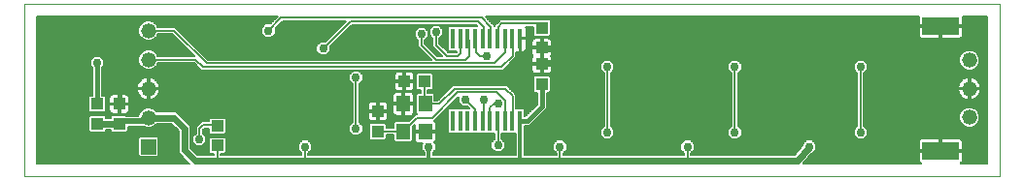
<source format=gbl>
G75*
%MOIN*%
%OFA0B0*%
%FSLAX25Y25*%
%IPPOS*%
%LPD*%
%AMOC8*
5,1,8,0,0,1.08239X$1,22.5*
%
%ADD10C,0.00000*%
%ADD11R,0.04252X0.04134*%
%ADD12R,0.01772X0.06890*%
%ADD13R,0.04331X0.03937*%
%ADD14R,0.04134X0.04252*%
%ADD15R,0.04724X0.05512*%
%ADD16R,0.05200X0.05200*%
%ADD17C,0.05200*%
%ADD18R,0.12500X0.06000*%
%ADD19C,0.02978*%
%ADD20C,0.00600*%
%ADD21C,0.02400*%
%ADD22C,0.01600*%
%ADD23C,0.02000*%
%ADD24C,0.01200*%
D10*
X0002265Y0032362D02*
X0002265Y0091417D01*
X0336910Y0091417D01*
X0336910Y0032362D01*
X0002265Y0032362D01*
D11*
X0027265Y0050167D03*
X0034765Y0050167D03*
X0034765Y0057057D03*
X0027265Y0057057D03*
X0123515Y0054557D03*
X0123515Y0047667D03*
X0179765Y0063917D03*
X0179765Y0070807D03*
X0179765Y0076417D03*
X0179765Y0083307D03*
D12*
X0172265Y0079655D03*
X0169706Y0079655D03*
X0167146Y0079655D03*
X0164587Y0079655D03*
X0162028Y0079655D03*
X0159469Y0079655D03*
X0156910Y0079655D03*
X0154351Y0079655D03*
X0151792Y0079655D03*
X0149233Y0079655D03*
X0149233Y0051112D03*
X0151792Y0051112D03*
X0154351Y0051112D03*
X0156910Y0051112D03*
X0159469Y0051112D03*
X0162028Y0051112D03*
X0164587Y0051112D03*
X0167146Y0051112D03*
X0169706Y0051112D03*
X0172265Y0051112D03*
D13*
X0068515Y0049459D03*
X0068515Y0042766D03*
D14*
X0132570Y0064862D03*
X0139459Y0064862D03*
D15*
X0139755Y0057087D03*
X0132274Y0057087D03*
X0132274Y0047638D03*
X0139755Y0047638D03*
D16*
X0044765Y0042362D03*
D17*
X0044765Y0052362D03*
X0044765Y0062362D03*
X0044765Y0072362D03*
X0044765Y0082362D03*
X0326482Y0072205D03*
X0326482Y0062362D03*
X0326482Y0052520D03*
D18*
X0316640Y0040862D03*
X0316640Y0083862D03*
D19*
X0289135Y0069862D03*
X0246015Y0069862D03*
X0202265Y0069862D03*
X0161015Y0073612D03*
X0138515Y0081112D03*
X0143515Y0081737D03*
X0104765Y0076112D03*
X0086015Y0082362D03*
X0027265Y0071112D03*
X0116015Y0066112D03*
X0153515Y0058612D03*
X0159765Y0058612D03*
X0164765Y0057362D03*
X0202265Y0047362D03*
X0186015Y0042362D03*
X0164765Y0042912D03*
X0141015Y0042362D03*
X0116015Y0048612D03*
X0098515Y0042362D03*
X0062265Y0044862D03*
X0229765Y0042362D03*
X0246015Y0047362D03*
X0271635Y0042362D03*
X0289135Y0047362D03*
D20*
X0289135Y0069862D01*
X0291524Y0070068D02*
X0323669Y0070068D01*
X0323515Y0070222D02*
X0324499Y0069238D01*
X0325786Y0068705D01*
X0327178Y0068705D01*
X0328465Y0069238D01*
X0329449Y0070222D01*
X0329982Y0071508D01*
X0329982Y0072901D01*
X0329449Y0074187D01*
X0328465Y0075172D01*
X0327178Y0075705D01*
X0325786Y0075705D01*
X0324499Y0075172D01*
X0323515Y0074187D01*
X0322982Y0072901D01*
X0322982Y0071508D01*
X0323515Y0070222D01*
X0323331Y0070667D02*
X0291524Y0070667D01*
X0291524Y0070852D02*
X0290124Y0072251D01*
X0288145Y0072251D01*
X0286746Y0070852D01*
X0286746Y0068873D01*
X0287935Y0067684D01*
X0287935Y0049541D01*
X0286746Y0048352D01*
X0286746Y0046373D01*
X0288145Y0044973D01*
X0290124Y0044973D01*
X0291524Y0046373D01*
X0291524Y0048352D01*
X0290335Y0049541D01*
X0290335Y0067684D01*
X0291524Y0068873D01*
X0291524Y0070852D01*
X0291110Y0071265D02*
X0323083Y0071265D01*
X0322982Y0071864D02*
X0290511Y0071864D01*
X0287758Y0071864D02*
X0247391Y0071864D01*
X0247004Y0072251D02*
X0245025Y0072251D01*
X0243626Y0070852D01*
X0243626Y0068873D01*
X0244815Y0067684D01*
X0244815Y0049541D01*
X0243626Y0048352D01*
X0243626Y0046373D01*
X0245025Y0044973D01*
X0247004Y0044973D01*
X0248404Y0046373D01*
X0248404Y0048352D01*
X0247215Y0049541D01*
X0247215Y0067684D01*
X0248404Y0068873D01*
X0248404Y0070852D01*
X0247004Y0072251D01*
X0247990Y0071265D02*
X0287159Y0071265D01*
X0286746Y0070667D02*
X0248404Y0070667D01*
X0248404Y0070068D02*
X0286746Y0070068D01*
X0286746Y0069470D02*
X0248404Y0069470D01*
X0248402Y0068871D02*
X0286747Y0068871D01*
X0287345Y0068273D02*
X0247804Y0068273D01*
X0247215Y0067674D02*
X0287935Y0067674D01*
X0287935Y0067076D02*
X0247215Y0067076D01*
X0247215Y0066477D02*
X0287935Y0066477D01*
X0287935Y0065879D02*
X0247215Y0065879D01*
X0247215Y0065280D02*
X0287935Y0065280D01*
X0287935Y0064682D02*
X0247215Y0064682D01*
X0247215Y0064083D02*
X0287935Y0064083D01*
X0287935Y0063485D02*
X0247215Y0063485D01*
X0247215Y0062886D02*
X0287935Y0062886D01*
X0287935Y0062288D02*
X0247215Y0062288D01*
X0247215Y0061689D02*
X0287935Y0061689D01*
X0287935Y0061091D02*
X0247215Y0061091D01*
X0247215Y0060492D02*
X0287935Y0060492D01*
X0287935Y0059894D02*
X0247215Y0059894D01*
X0247215Y0059295D02*
X0287935Y0059295D01*
X0287935Y0058697D02*
X0247215Y0058697D01*
X0247215Y0058098D02*
X0287935Y0058098D01*
X0287935Y0057500D02*
X0247215Y0057500D01*
X0247215Y0056901D02*
X0287935Y0056901D01*
X0287935Y0056303D02*
X0247215Y0056303D01*
X0247215Y0055704D02*
X0287935Y0055704D01*
X0287935Y0055106D02*
X0247215Y0055106D01*
X0247215Y0054507D02*
X0287935Y0054507D01*
X0287935Y0053909D02*
X0247215Y0053909D01*
X0247215Y0053310D02*
X0287935Y0053310D01*
X0287935Y0052712D02*
X0247215Y0052712D01*
X0247215Y0052113D02*
X0287935Y0052113D01*
X0287935Y0051515D02*
X0247215Y0051515D01*
X0247215Y0050916D02*
X0287935Y0050916D01*
X0287935Y0050317D02*
X0247215Y0050317D01*
X0247215Y0049719D02*
X0287935Y0049719D01*
X0287514Y0049120D02*
X0247635Y0049120D01*
X0248233Y0048522D02*
X0286916Y0048522D01*
X0286746Y0047923D02*
X0248404Y0047923D01*
X0248404Y0047325D02*
X0286746Y0047325D01*
X0286746Y0046726D02*
X0248404Y0046726D01*
X0248159Y0046128D02*
X0286990Y0046128D01*
X0287589Y0045529D02*
X0247560Y0045529D01*
X0244469Y0045529D02*
X0203810Y0045529D01*
X0203254Y0044973D02*
X0204654Y0046373D01*
X0204654Y0048352D01*
X0203465Y0049541D01*
X0203465Y0067684D01*
X0204654Y0068873D01*
X0204654Y0070852D01*
X0203254Y0072251D01*
X0201275Y0072251D01*
X0199876Y0070852D01*
X0199876Y0068873D01*
X0201065Y0067684D01*
X0201065Y0049541D01*
X0199876Y0048352D01*
X0199876Y0046373D01*
X0201275Y0044973D01*
X0203254Y0044973D01*
X0204409Y0046128D02*
X0243870Y0046128D01*
X0243626Y0046726D02*
X0204654Y0046726D01*
X0204654Y0047325D02*
X0243626Y0047325D01*
X0243626Y0047923D02*
X0204654Y0047923D01*
X0204483Y0048522D02*
X0243796Y0048522D01*
X0244394Y0049120D02*
X0203885Y0049120D01*
X0203465Y0049719D02*
X0244815Y0049719D01*
X0244815Y0050317D02*
X0203465Y0050317D01*
X0203465Y0050916D02*
X0244815Y0050916D01*
X0244815Y0051515D02*
X0203465Y0051515D01*
X0203465Y0052113D02*
X0244815Y0052113D01*
X0244815Y0052712D02*
X0203465Y0052712D01*
X0203465Y0053310D02*
X0244815Y0053310D01*
X0244815Y0053909D02*
X0203465Y0053909D01*
X0203465Y0054507D02*
X0244815Y0054507D01*
X0244815Y0055106D02*
X0203465Y0055106D01*
X0203465Y0055704D02*
X0244815Y0055704D01*
X0244815Y0056303D02*
X0203465Y0056303D01*
X0203465Y0056901D02*
X0244815Y0056901D01*
X0244815Y0057500D02*
X0203465Y0057500D01*
X0203465Y0058098D02*
X0244815Y0058098D01*
X0244815Y0058697D02*
X0203465Y0058697D01*
X0203465Y0059295D02*
X0244815Y0059295D01*
X0244815Y0059894D02*
X0203465Y0059894D01*
X0203465Y0060492D02*
X0244815Y0060492D01*
X0244815Y0061091D02*
X0203465Y0061091D01*
X0203465Y0061689D02*
X0244815Y0061689D01*
X0244815Y0062288D02*
X0203465Y0062288D01*
X0203465Y0062886D02*
X0244815Y0062886D01*
X0244815Y0063485D02*
X0203465Y0063485D01*
X0203465Y0064083D02*
X0244815Y0064083D01*
X0244815Y0064682D02*
X0203465Y0064682D01*
X0203465Y0065280D02*
X0244815Y0065280D01*
X0244815Y0065879D02*
X0203465Y0065879D01*
X0203465Y0066477D02*
X0244815Y0066477D01*
X0244815Y0067076D02*
X0203465Y0067076D01*
X0203465Y0067674D02*
X0244815Y0067674D01*
X0244225Y0068273D02*
X0204054Y0068273D01*
X0204652Y0068871D02*
X0243627Y0068871D01*
X0243626Y0069470D02*
X0204654Y0069470D01*
X0204654Y0070068D02*
X0243626Y0070068D01*
X0243626Y0070667D02*
X0204654Y0070667D01*
X0204240Y0071265D02*
X0244039Y0071265D01*
X0244638Y0071864D02*
X0203641Y0071864D01*
X0200888Y0071864D02*
X0183191Y0071864D01*
X0183191Y0072462D02*
X0322982Y0072462D01*
X0323048Y0073061D02*
X0183186Y0073061D01*
X0183191Y0073045D02*
X0183102Y0073376D01*
X0182965Y0073612D01*
X0183102Y0073849D01*
X0183191Y0074179D01*
X0183191Y0076117D01*
X0180065Y0076117D01*
X0180065Y0076717D01*
X0183191Y0076717D01*
X0183191Y0078655D01*
X0183102Y0078986D01*
X0182931Y0079282D01*
X0182689Y0079524D01*
X0182392Y0079696D01*
X0182062Y0079784D01*
X0180065Y0079784D01*
X0180065Y0076717D01*
X0179465Y0076717D01*
X0179465Y0079784D01*
X0177467Y0079784D01*
X0177137Y0079696D01*
X0176840Y0079524D01*
X0176598Y0079282D01*
X0176427Y0078986D01*
X0176339Y0078655D01*
X0176339Y0076717D01*
X0179465Y0076717D01*
X0179465Y0076117D01*
X0180065Y0076117D01*
X0180065Y0071107D01*
X0183191Y0071107D01*
X0183191Y0073045D01*
X0182993Y0073659D02*
X0323296Y0073659D01*
X0323586Y0074258D02*
X0183191Y0074258D01*
X0183191Y0074856D02*
X0324184Y0074856D01*
X0325183Y0075455D02*
X0183191Y0075455D01*
X0183191Y0076053D02*
X0332610Y0076053D01*
X0332610Y0075455D02*
X0327781Y0075455D01*
X0328780Y0074856D02*
X0332610Y0074856D01*
X0332610Y0074258D02*
X0329379Y0074258D01*
X0329668Y0073659D02*
X0332610Y0073659D01*
X0332610Y0073061D02*
X0329916Y0073061D01*
X0329982Y0072462D02*
X0332610Y0072462D01*
X0332610Y0071864D02*
X0329982Y0071864D01*
X0329881Y0071265D02*
X0332610Y0071265D01*
X0332610Y0070667D02*
X0329633Y0070667D01*
X0329296Y0070068D02*
X0332610Y0070068D01*
X0332610Y0069470D02*
X0328697Y0069470D01*
X0327581Y0068871D02*
X0332610Y0068871D01*
X0332610Y0068273D02*
X0290924Y0068273D01*
X0290335Y0067674D02*
X0332610Y0067674D01*
X0332610Y0067076D02*
X0290335Y0067076D01*
X0290335Y0066477D02*
X0332610Y0066477D01*
X0332610Y0065879D02*
X0328183Y0065879D01*
X0328329Y0065818D02*
X0327620Y0066112D01*
X0326866Y0066262D01*
X0326782Y0066262D01*
X0326782Y0062662D01*
X0330382Y0062662D01*
X0330382Y0062746D01*
X0330232Y0063500D01*
X0329938Y0064209D01*
X0329511Y0064848D01*
X0328968Y0065391D01*
X0328329Y0065818D01*
X0329079Y0065280D02*
X0332610Y0065280D01*
X0332610Y0064682D02*
X0329623Y0064682D01*
X0329991Y0064083D02*
X0332610Y0064083D01*
X0332610Y0063485D02*
X0330235Y0063485D01*
X0330354Y0062886D02*
X0332610Y0062886D01*
X0332610Y0062288D02*
X0326782Y0062288D01*
X0326782Y0062062D02*
X0326782Y0062662D01*
X0326182Y0062662D01*
X0326182Y0062062D01*
X0326782Y0062062D01*
X0326782Y0058462D01*
X0326866Y0058462D01*
X0327620Y0058612D01*
X0328329Y0058906D01*
X0328968Y0059333D01*
X0329511Y0059876D01*
X0329938Y0060515D01*
X0330232Y0061225D01*
X0330382Y0061978D01*
X0330382Y0062062D01*
X0326782Y0062062D01*
X0326782Y0061689D02*
X0326182Y0061689D01*
X0326182Y0062062D02*
X0326182Y0058462D01*
X0326098Y0058462D01*
X0325344Y0058612D01*
X0324635Y0058906D01*
X0323996Y0059333D01*
X0323453Y0059876D01*
X0323026Y0060515D01*
X0322732Y0061225D01*
X0322582Y0061978D01*
X0322582Y0062062D01*
X0326182Y0062062D01*
X0326182Y0062288D02*
X0290335Y0062288D01*
X0290335Y0062886D02*
X0322610Y0062886D01*
X0322582Y0062746D02*
X0322732Y0063500D01*
X0323026Y0064209D01*
X0323453Y0064848D01*
X0323996Y0065391D01*
X0324635Y0065818D01*
X0325344Y0066112D01*
X0326098Y0066262D01*
X0326182Y0066262D01*
X0326182Y0062662D01*
X0322582Y0062662D01*
X0322582Y0062746D01*
X0322729Y0063485D02*
X0290335Y0063485D01*
X0290335Y0064083D02*
X0322974Y0064083D01*
X0323342Y0064682D02*
X0290335Y0064682D01*
X0290335Y0065280D02*
X0323885Y0065280D01*
X0324781Y0065879D02*
X0290335Y0065879D01*
X0291522Y0068871D02*
X0325384Y0068871D01*
X0324267Y0069470D02*
X0291524Y0069470D01*
X0326182Y0065879D02*
X0326782Y0065879D01*
X0326782Y0065280D02*
X0326182Y0065280D01*
X0326182Y0064682D02*
X0326782Y0064682D01*
X0326782Y0064083D02*
X0326182Y0064083D01*
X0326182Y0063485D02*
X0326782Y0063485D01*
X0326782Y0062886D02*
X0326182Y0062886D01*
X0326182Y0061091D02*
X0326782Y0061091D01*
X0326782Y0060492D02*
X0326182Y0060492D01*
X0326182Y0059894D02*
X0326782Y0059894D01*
X0326782Y0059295D02*
X0326182Y0059295D01*
X0326182Y0058697D02*
X0326782Y0058697D01*
X0327824Y0058697D02*
X0332610Y0058697D01*
X0332610Y0059295D02*
X0328912Y0059295D01*
X0329523Y0059894D02*
X0332610Y0059894D01*
X0332610Y0060492D02*
X0329923Y0060492D01*
X0330177Y0061091D02*
X0332610Y0061091D01*
X0332610Y0061689D02*
X0330325Y0061689D01*
X0324052Y0059295D02*
X0290335Y0059295D01*
X0290335Y0058697D02*
X0325140Y0058697D01*
X0323441Y0059894D02*
X0290335Y0059894D01*
X0290335Y0060492D02*
X0323041Y0060492D01*
X0322787Y0061091D02*
X0290335Y0061091D01*
X0290335Y0061689D02*
X0322640Y0061689D01*
X0332610Y0058098D02*
X0290335Y0058098D01*
X0290335Y0057500D02*
X0332610Y0057500D01*
X0332610Y0056901D02*
X0290335Y0056901D01*
X0290335Y0056303D02*
X0332610Y0056303D01*
X0332610Y0055704D02*
X0327940Y0055704D01*
X0328465Y0055487D02*
X0327178Y0056020D01*
X0325786Y0056020D01*
X0324499Y0055487D01*
X0323515Y0054502D01*
X0322982Y0053216D01*
X0322982Y0051823D01*
X0323515Y0050537D01*
X0324499Y0049552D01*
X0325786Y0049020D01*
X0327178Y0049020D01*
X0328465Y0049552D01*
X0329449Y0050537D01*
X0329982Y0051823D01*
X0329982Y0053216D01*
X0329449Y0054502D01*
X0328465Y0055487D01*
X0328846Y0055106D02*
X0332610Y0055106D01*
X0332610Y0054507D02*
X0329444Y0054507D01*
X0329695Y0053909D02*
X0332610Y0053909D01*
X0332610Y0053310D02*
X0329943Y0053310D01*
X0329982Y0052712D02*
X0332610Y0052712D01*
X0332610Y0052113D02*
X0329982Y0052113D01*
X0329854Y0051515D02*
X0332610Y0051515D01*
X0332610Y0050916D02*
X0329606Y0050916D01*
X0329230Y0050317D02*
X0332610Y0050317D01*
X0332610Y0049719D02*
X0328631Y0049719D01*
X0327422Y0049120D02*
X0332610Y0049120D01*
X0332610Y0048522D02*
X0291353Y0048522D01*
X0291524Y0047923D02*
X0332610Y0047923D01*
X0332610Y0047325D02*
X0291524Y0047325D01*
X0291524Y0046726D02*
X0332610Y0046726D01*
X0332610Y0046128D02*
X0291279Y0046128D01*
X0290680Y0045529D02*
X0332610Y0045529D01*
X0332610Y0044931D02*
X0323638Y0044931D01*
X0323688Y0044902D02*
X0323391Y0045074D01*
X0323061Y0045162D01*
X0316940Y0045162D01*
X0316940Y0041162D01*
X0324190Y0041162D01*
X0324190Y0044033D01*
X0324101Y0044364D01*
X0323930Y0044660D01*
X0323688Y0044902D01*
X0324109Y0044332D02*
X0332610Y0044332D01*
X0332610Y0043734D02*
X0324190Y0043734D01*
X0324190Y0043135D02*
X0332610Y0043135D01*
X0332610Y0042537D02*
X0324190Y0042537D01*
X0324190Y0041938D02*
X0332610Y0041938D01*
X0332610Y0041340D02*
X0324190Y0041340D01*
X0324190Y0040562D02*
X0316940Y0040562D01*
X0316940Y0041162D01*
X0316340Y0041162D01*
X0316340Y0045162D01*
X0310218Y0045162D01*
X0309888Y0045074D01*
X0309591Y0044902D01*
X0309349Y0044660D01*
X0309178Y0044364D01*
X0309090Y0044033D01*
X0309090Y0041162D01*
X0316340Y0041162D01*
X0316340Y0040562D01*
X0309090Y0040562D01*
X0309090Y0037691D01*
X0309178Y0037360D01*
X0309349Y0037064D01*
X0309591Y0036822D01*
X0309868Y0036662D01*
X0269534Y0036662D01*
X0269565Y0036692D01*
X0269565Y0036777D01*
X0272341Y0039973D01*
X0272624Y0039973D01*
X0274024Y0041373D01*
X0274024Y0043352D01*
X0272624Y0044751D01*
X0270645Y0044751D01*
X0269246Y0043352D01*
X0269246Y0042814D01*
X0266507Y0039662D01*
X0230965Y0039662D01*
X0230965Y0040184D01*
X0232154Y0041373D01*
X0232154Y0043352D01*
X0230754Y0044751D01*
X0228775Y0044751D01*
X0227376Y0043352D01*
X0227376Y0041373D01*
X0228565Y0040184D01*
X0228565Y0039662D01*
X0187215Y0039662D01*
X0187215Y0040184D01*
X0188404Y0041373D01*
X0188404Y0043352D01*
X0187004Y0044751D01*
X0185025Y0044751D01*
X0183626Y0043352D01*
X0183626Y0041373D01*
X0184815Y0040184D01*
X0184815Y0039662D01*
X0173765Y0039662D01*
X0173765Y0047009D01*
X0174050Y0047294D01*
X0174050Y0049412D01*
X0175469Y0049412D01*
X0176465Y0050408D01*
X0181465Y0055408D01*
X0181465Y0060950D01*
X0182263Y0060950D01*
X0182791Y0061478D01*
X0182791Y0066357D01*
X0182263Y0066884D01*
X0177266Y0066884D01*
X0176739Y0066357D01*
X0176739Y0061478D01*
X0177266Y0060950D01*
X0178065Y0060950D01*
X0178065Y0056816D01*
X0174060Y0052812D01*
X0174050Y0052812D01*
X0174050Y0054930D01*
X0173523Y0055457D01*
X0171006Y0055457D01*
X0170985Y0055436D01*
X0170965Y0055457D01*
X0170965Y0060359D01*
X0170262Y0061062D01*
X0167762Y0063562D01*
X0149268Y0063562D01*
X0148565Y0062859D01*
X0143992Y0058287D01*
X0143017Y0058287D01*
X0143017Y0060215D01*
X0142490Y0060742D01*
X0140659Y0060742D01*
X0140659Y0061836D01*
X0141899Y0061836D01*
X0142426Y0062363D01*
X0142426Y0067361D01*
X0141899Y0067888D01*
X0137020Y0067888D01*
X0136493Y0067361D01*
X0136493Y0062363D01*
X0137020Y0061836D01*
X0138259Y0061836D01*
X0138259Y0060742D01*
X0137020Y0060742D01*
X0136493Y0060215D01*
X0136493Y0053958D01*
X0136888Y0053562D01*
X0136502Y0053562D01*
X0135799Y0052859D01*
X0134233Y0051294D01*
X0129539Y0051294D01*
X0129012Y0050766D01*
X0129012Y0048867D01*
X0126541Y0048867D01*
X0126541Y0050107D01*
X0126013Y0050634D01*
X0121016Y0050634D01*
X0120489Y0050107D01*
X0120489Y0045228D01*
X0121016Y0044700D01*
X0126013Y0044700D01*
X0126541Y0045228D01*
X0126541Y0046467D01*
X0129012Y0046467D01*
X0129012Y0044509D01*
X0129539Y0043982D01*
X0135009Y0043982D01*
X0135537Y0044509D01*
X0135537Y0049203D01*
X0136093Y0049759D01*
X0136093Y0047938D01*
X0139455Y0047938D01*
X0139455Y0047338D01*
X0136093Y0047338D01*
X0136093Y0044711D01*
X0136181Y0044380D01*
X0136352Y0044084D01*
X0136594Y0043842D01*
X0136891Y0043670D01*
X0137221Y0043582D01*
X0138856Y0043582D01*
X0138626Y0043352D01*
X0138626Y0041373D01*
X0139515Y0040484D01*
X0139515Y0039662D01*
X0099715Y0039662D01*
X0099715Y0040184D01*
X0100904Y0041373D01*
X0100904Y0043352D01*
X0099504Y0044751D01*
X0097525Y0044751D01*
X0096126Y0043352D01*
X0096126Y0041373D01*
X0097315Y0040184D01*
X0097315Y0039662D01*
X0069715Y0039662D01*
X0069715Y0039897D01*
X0071053Y0039897D01*
X0071580Y0040424D01*
X0071580Y0045107D01*
X0071053Y0045634D01*
X0065976Y0045634D01*
X0065449Y0045107D01*
X0065449Y0040424D01*
X0065976Y0039897D01*
X0067315Y0039897D01*
X0067315Y0039662D01*
X0061684Y0039662D01*
X0059365Y0041982D01*
X0059365Y0049482D01*
X0054384Y0054462D01*
X0047614Y0054462D01*
X0046747Y0055329D01*
X0045461Y0055862D01*
X0044068Y0055862D01*
X0042782Y0055329D01*
X0041797Y0054345D01*
X0041265Y0053058D01*
X0041265Y0053012D01*
X0037385Y0053012D01*
X0037263Y0053134D01*
X0032266Y0053134D01*
X0031739Y0052607D01*
X0031739Y0052267D01*
X0030291Y0052267D01*
X0030291Y0052607D01*
X0029763Y0053134D01*
X0024766Y0053134D01*
X0024239Y0052607D01*
X0024239Y0047728D01*
X0024766Y0047200D01*
X0029763Y0047200D01*
X0030291Y0047728D01*
X0030291Y0048067D01*
X0031739Y0048067D01*
X0031739Y0047728D01*
X0032266Y0047200D01*
X0037263Y0047200D01*
X0037791Y0047728D01*
X0037791Y0049212D01*
X0043223Y0049212D01*
X0044068Y0048862D01*
X0045461Y0048862D01*
X0046747Y0049395D01*
X0047614Y0050262D01*
X0052645Y0050262D01*
X0055165Y0047742D01*
X0055165Y0040242D01*
X0058715Y0036692D01*
X0058745Y0036662D01*
X0006565Y0036662D01*
X0006565Y0087117D01*
X0089073Y0087117D01*
X0086706Y0084751D01*
X0085025Y0084751D01*
X0083626Y0083352D01*
X0083626Y0081373D01*
X0085025Y0079973D01*
X0087004Y0079973D01*
X0088404Y0081373D01*
X0088404Y0083054D01*
X0090887Y0085537D01*
X0112493Y0085537D01*
X0105456Y0078501D01*
X0103775Y0078501D01*
X0102376Y0077102D01*
X0102376Y0075123D01*
X0103775Y0073723D01*
X0105754Y0073723D01*
X0107154Y0075123D01*
X0107154Y0076804D01*
X0114637Y0084287D01*
X0157393Y0084287D01*
X0157679Y0084000D01*
X0155652Y0084000D01*
X0155631Y0083979D01*
X0155610Y0084000D01*
X0153093Y0084000D01*
X0153072Y0083979D01*
X0153051Y0084000D01*
X0150534Y0084000D01*
X0150513Y0083979D01*
X0150492Y0084000D01*
X0147974Y0084000D01*
X0147447Y0083473D01*
X0147447Y0075838D01*
X0147974Y0075311D01*
X0150492Y0075311D01*
X0150513Y0075331D01*
X0150534Y0075311D01*
X0150592Y0075311D01*
X0150592Y0074887D01*
X0150518Y0074812D01*
X0147762Y0074812D01*
X0144715Y0077859D01*
X0144715Y0079559D01*
X0145904Y0080748D01*
X0145904Y0082727D01*
X0144504Y0084126D01*
X0142525Y0084126D01*
X0141126Y0082727D01*
X0141126Y0080748D01*
X0142315Y0079559D01*
X0142315Y0076865D01*
X0143018Y0076162D01*
X0145618Y0073562D01*
X0144012Y0073562D01*
X0139715Y0077859D01*
X0139715Y0078934D01*
X0140904Y0080123D01*
X0140904Y0082102D01*
X0139504Y0083501D01*
X0137525Y0083501D01*
X0136126Y0082102D01*
X0136126Y0080123D01*
X0137315Y0078934D01*
X0137315Y0076865D01*
X0138018Y0076162D01*
X0141868Y0072312D01*
X0065262Y0072312D01*
X0054012Y0083562D01*
X0048056Y0083562D01*
X0047732Y0084345D01*
X0046747Y0085329D01*
X0045461Y0085862D01*
X0044068Y0085862D01*
X0042782Y0085329D01*
X0041797Y0084345D01*
X0041265Y0083058D01*
X0041265Y0081666D01*
X0041797Y0080380D01*
X0042782Y0079395D01*
X0044068Y0078862D01*
X0045461Y0078862D01*
X0046747Y0079395D01*
X0047732Y0080380D01*
X0048056Y0081162D01*
X0053018Y0081162D01*
X0060618Y0073562D01*
X0048056Y0073562D01*
X0047732Y0074345D01*
X0046747Y0075329D01*
X0045461Y0075862D01*
X0044068Y0075862D01*
X0042782Y0075329D01*
X0041797Y0074345D01*
X0041265Y0073058D01*
X0041265Y0071666D01*
X0041797Y0070380D01*
X0042782Y0069395D01*
X0044068Y0068862D01*
X0045461Y0068862D01*
X0046747Y0069395D01*
X0047732Y0070380D01*
X0048056Y0071162D01*
X0060518Y0071162D01*
X0062315Y0069365D01*
X0063018Y0068662D01*
X0166512Y0068662D01*
X0170262Y0072412D01*
X0170965Y0073115D01*
X0170965Y0074976D01*
X0171208Y0074911D01*
X0172122Y0074911D01*
X0172122Y0079512D01*
X0172407Y0079512D01*
X0172407Y0074911D01*
X0173322Y0074911D01*
X0173652Y0074999D01*
X0173949Y0075170D01*
X0174191Y0075412D01*
X0174362Y0075709D01*
X0174450Y0076039D01*
X0174450Y0079513D01*
X0172408Y0079513D01*
X0172408Y0079798D01*
X0174450Y0079798D01*
X0174450Y0083271D01*
X0174362Y0083602D01*
X0174327Y0083662D01*
X0176739Y0083662D01*
X0176739Y0080867D01*
X0177266Y0080340D01*
X0182263Y0080340D01*
X0182791Y0080867D01*
X0182791Y0085747D01*
X0182263Y0086274D01*
X0177266Y0086274D01*
X0177054Y0086062D01*
X0165518Y0086062D01*
X0164815Y0085359D01*
X0163565Y0084109D01*
X0163565Y0084000D01*
X0163465Y0084000D01*
X0163465Y0084109D01*
X0162762Y0084812D01*
X0160456Y0087117D01*
X0309112Y0087117D01*
X0309090Y0087033D01*
X0309090Y0084162D01*
X0316340Y0084162D01*
X0316340Y0083562D01*
X0316940Y0083562D01*
X0316940Y0084162D01*
X0324190Y0084162D01*
X0324190Y0087033D01*
X0324167Y0087117D01*
X0332610Y0087117D01*
X0332610Y0036662D01*
X0323411Y0036662D01*
X0323688Y0036822D01*
X0323930Y0037064D01*
X0324101Y0037360D01*
X0324190Y0037691D01*
X0324190Y0040562D01*
X0324190Y0040143D02*
X0332610Y0040143D01*
X0332610Y0040741D02*
X0316940Y0040741D01*
X0316940Y0041340D02*
X0316340Y0041340D01*
X0316340Y0041938D02*
X0316940Y0041938D01*
X0316940Y0042537D02*
X0316340Y0042537D01*
X0316340Y0043135D02*
X0316940Y0043135D01*
X0316940Y0043734D02*
X0316340Y0043734D01*
X0316340Y0044332D02*
X0316940Y0044332D01*
X0316940Y0044931D02*
X0316340Y0044931D01*
X0309641Y0044931D02*
X0173765Y0044931D01*
X0173765Y0045529D02*
X0200719Y0045529D01*
X0200120Y0046128D02*
X0173765Y0046128D01*
X0173765Y0046726D02*
X0199876Y0046726D01*
X0199876Y0047325D02*
X0174050Y0047325D01*
X0174050Y0047923D02*
X0199876Y0047923D01*
X0200046Y0048522D02*
X0174050Y0048522D01*
X0174050Y0049120D02*
X0200644Y0049120D01*
X0201065Y0049719D02*
X0175776Y0049719D01*
X0176374Y0050317D02*
X0201065Y0050317D01*
X0201065Y0050916D02*
X0176973Y0050916D01*
X0177571Y0051515D02*
X0201065Y0051515D01*
X0201065Y0052113D02*
X0178170Y0052113D01*
X0178768Y0052712D02*
X0201065Y0052712D01*
X0201065Y0053310D02*
X0179367Y0053310D01*
X0179965Y0053909D02*
X0201065Y0053909D01*
X0201065Y0054507D02*
X0180564Y0054507D01*
X0181162Y0055106D02*
X0201065Y0055106D01*
X0201065Y0055704D02*
X0181465Y0055704D01*
X0181465Y0056303D02*
X0201065Y0056303D01*
X0201065Y0056901D02*
X0181465Y0056901D01*
X0181465Y0057500D02*
X0201065Y0057500D01*
X0201065Y0058098D02*
X0181465Y0058098D01*
X0181465Y0058697D02*
X0201065Y0058697D01*
X0201065Y0059295D02*
X0181465Y0059295D01*
X0181465Y0059894D02*
X0201065Y0059894D01*
X0201065Y0060492D02*
X0181465Y0060492D01*
X0182404Y0061091D02*
X0201065Y0061091D01*
X0201065Y0061689D02*
X0182791Y0061689D01*
X0182791Y0062288D02*
X0201065Y0062288D01*
X0201065Y0062886D02*
X0182791Y0062886D01*
X0182791Y0063485D02*
X0201065Y0063485D01*
X0201065Y0064083D02*
X0182791Y0064083D01*
X0182791Y0064682D02*
X0201065Y0064682D01*
X0201065Y0065280D02*
X0182791Y0065280D01*
X0182791Y0065879D02*
X0201065Y0065879D01*
X0201065Y0066477D02*
X0182670Y0066477D01*
X0182392Y0067529D02*
X0182062Y0067440D01*
X0180065Y0067440D01*
X0180065Y0070507D01*
X0180065Y0071107D01*
X0179465Y0071107D01*
X0179465Y0074174D01*
X0179465Y0076117D01*
X0176339Y0076117D01*
X0176339Y0074179D01*
X0176427Y0073849D01*
X0176564Y0073612D01*
X0176427Y0073376D01*
X0176339Y0073045D01*
X0176339Y0071107D01*
X0179465Y0071107D01*
X0179465Y0070507D01*
X0180065Y0070507D01*
X0183191Y0070507D01*
X0183191Y0068569D01*
X0183102Y0068238D01*
X0182931Y0067942D01*
X0182689Y0067700D01*
X0182392Y0067529D01*
X0182645Y0067674D02*
X0201065Y0067674D01*
X0201065Y0067076D02*
X0142426Y0067076D01*
X0142426Y0066477D02*
X0176859Y0066477D01*
X0176739Y0065879D02*
X0142426Y0065879D01*
X0142426Y0065280D02*
X0176739Y0065280D01*
X0176739Y0064682D02*
X0142426Y0064682D01*
X0142426Y0064083D02*
X0176739Y0064083D01*
X0176739Y0063485D02*
X0167839Y0063485D01*
X0168438Y0062886D02*
X0176739Y0062886D01*
X0176739Y0062288D02*
X0169036Y0062288D01*
X0169635Y0061689D02*
X0176739Y0061689D01*
X0177125Y0061091D02*
X0170233Y0061091D01*
X0170832Y0060492D02*
X0178065Y0060492D01*
X0178065Y0059894D02*
X0170965Y0059894D01*
X0170965Y0059295D02*
X0178065Y0059295D01*
X0178065Y0058697D02*
X0170965Y0058697D01*
X0170965Y0058098D02*
X0178065Y0058098D01*
X0178065Y0057500D02*
X0170965Y0057500D01*
X0170965Y0056901D02*
X0178065Y0056901D01*
X0177551Y0056303D02*
X0170965Y0056303D01*
X0170965Y0055704D02*
X0176952Y0055704D01*
X0176354Y0055106D02*
X0173875Y0055106D01*
X0174050Y0054507D02*
X0175755Y0054507D01*
X0175157Y0053909D02*
X0174050Y0053909D01*
X0174050Y0053310D02*
X0174558Y0053310D01*
X0169765Y0051171D02*
X0169706Y0051112D01*
X0169765Y0051171D02*
X0169765Y0059862D01*
X0167265Y0062362D01*
X0149765Y0062362D01*
X0144489Y0057087D01*
X0141015Y0057087D01*
X0139459Y0058642D01*
X0139459Y0064862D01*
X0136493Y0064682D02*
X0132870Y0064682D01*
X0132870Y0064562D02*
X0132870Y0065162D01*
X0135937Y0065162D01*
X0135937Y0067159D01*
X0135848Y0067490D01*
X0135677Y0067786D01*
X0135435Y0068028D01*
X0135138Y0068200D01*
X0134808Y0068288D01*
X0132870Y0068288D01*
X0132870Y0065162D01*
X0132270Y0065162D01*
X0132270Y0068288D01*
X0130332Y0068288D01*
X0130001Y0068200D01*
X0129705Y0068028D01*
X0129462Y0067786D01*
X0129291Y0067490D01*
X0129203Y0067159D01*
X0129203Y0065162D01*
X0132270Y0065162D01*
X0132270Y0064562D01*
X0132870Y0064562D01*
X0135937Y0064562D01*
X0135937Y0062565D01*
X0135848Y0062234D01*
X0135677Y0061938D01*
X0135435Y0061696D01*
X0135138Y0061525D01*
X0134808Y0061436D01*
X0132870Y0061436D01*
X0132870Y0064562D01*
X0132870Y0064083D02*
X0132270Y0064083D01*
X0132270Y0064562D02*
X0132270Y0061436D01*
X0130332Y0061436D01*
X0130001Y0061525D01*
X0129705Y0061696D01*
X0129462Y0061938D01*
X0129291Y0062234D01*
X0129203Y0062565D01*
X0129203Y0064562D01*
X0132270Y0064562D01*
X0132270Y0064682D02*
X0117963Y0064682D01*
X0118404Y0065123D02*
X0117215Y0063934D01*
X0117215Y0050791D01*
X0118404Y0049602D01*
X0118404Y0047623D01*
X0117004Y0046223D01*
X0115025Y0046223D01*
X0113626Y0047623D01*
X0113626Y0049602D01*
X0114815Y0050791D01*
X0114815Y0063934D01*
X0113626Y0065123D01*
X0113626Y0067102D01*
X0115025Y0068501D01*
X0117004Y0068501D01*
X0118404Y0067102D01*
X0118404Y0065123D01*
X0118404Y0065280D02*
X0129203Y0065280D01*
X0129203Y0065879D02*
X0118404Y0065879D01*
X0118404Y0066477D02*
X0129203Y0066477D01*
X0129203Y0067076D02*
X0118404Y0067076D01*
X0117831Y0067674D02*
X0129398Y0067674D01*
X0130275Y0068273D02*
X0117232Y0068273D01*
X0114797Y0068273D02*
X0028965Y0068273D01*
X0028965Y0068871D02*
X0044046Y0068871D01*
X0045483Y0068871D02*
X0062808Y0068871D01*
X0062210Y0069470D02*
X0046822Y0069470D01*
X0047421Y0070068D02*
X0061611Y0070068D01*
X0061013Y0070667D02*
X0047851Y0070667D01*
X0042707Y0069470D02*
X0029001Y0069470D01*
X0028965Y0069434D02*
X0029654Y0070123D01*
X0029654Y0072102D01*
X0028254Y0073501D01*
X0026275Y0073501D01*
X0024876Y0072102D01*
X0024876Y0070123D01*
X0025565Y0069434D01*
X0025565Y0060024D01*
X0024766Y0060024D01*
X0024239Y0059497D01*
X0024239Y0054617D01*
X0024766Y0054090D01*
X0029763Y0054090D01*
X0030291Y0054617D01*
X0030291Y0059497D01*
X0029763Y0060024D01*
X0028965Y0060024D01*
X0028965Y0069434D01*
X0029599Y0070068D02*
X0042109Y0070068D01*
X0041678Y0070667D02*
X0029654Y0070667D01*
X0029654Y0071265D02*
X0041430Y0071265D01*
X0041265Y0071864D02*
X0029654Y0071864D01*
X0029293Y0072462D02*
X0041265Y0072462D01*
X0041266Y0073061D02*
X0028694Y0073061D01*
X0025835Y0073061D02*
X0006565Y0073061D01*
X0006565Y0073659D02*
X0041514Y0073659D01*
X0041761Y0074258D02*
X0006565Y0074258D01*
X0006565Y0074856D02*
X0042309Y0074856D01*
X0043085Y0075455D02*
X0006565Y0075455D01*
X0006565Y0076053D02*
X0058126Y0076053D01*
X0058725Y0075455D02*
X0046444Y0075455D01*
X0047220Y0074856D02*
X0059323Y0074856D01*
X0059922Y0074258D02*
X0047768Y0074258D01*
X0048016Y0073659D02*
X0060520Y0073659D01*
X0061015Y0072362D02*
X0063515Y0069862D01*
X0166015Y0069862D01*
X0169765Y0073612D01*
X0169765Y0077362D01*
X0169706Y0077421D01*
X0169706Y0079655D01*
X0167265Y0079537D02*
X0167265Y0074862D01*
X0163515Y0071112D01*
X0064765Y0071112D01*
X0053515Y0082362D01*
X0044765Y0082362D01*
X0047943Y0083834D02*
X0084108Y0083834D01*
X0083626Y0083236D02*
X0054338Y0083236D01*
X0054937Y0082637D02*
X0083626Y0082637D01*
X0083626Y0082039D02*
X0055535Y0082039D01*
X0056134Y0081440D02*
X0083626Y0081440D01*
X0084157Y0080842D02*
X0056732Y0080842D01*
X0057331Y0080243D02*
X0084755Y0080243D01*
X0087274Y0080243D02*
X0107198Y0080243D01*
X0106600Y0079645D02*
X0057929Y0079645D01*
X0058528Y0079046D02*
X0106001Y0079046D01*
X0103721Y0078448D02*
X0059126Y0078448D01*
X0059725Y0077849D02*
X0103123Y0077849D01*
X0102524Y0077250D02*
X0060323Y0077250D01*
X0060922Y0076652D02*
X0102376Y0076652D01*
X0102376Y0076053D02*
X0061520Y0076053D01*
X0062119Y0075455D02*
X0102376Y0075455D01*
X0102642Y0074856D02*
X0062717Y0074856D01*
X0063316Y0074258D02*
X0103240Y0074258D01*
X0106289Y0074258D02*
X0139922Y0074258D01*
X0140520Y0073659D02*
X0063914Y0073659D01*
X0064513Y0073061D02*
X0141119Y0073061D01*
X0141717Y0072462D02*
X0065111Y0072462D01*
X0061015Y0072362D02*
X0044765Y0072362D01*
X0057528Y0076652D02*
X0006565Y0076652D01*
X0006565Y0077250D02*
X0056929Y0077250D01*
X0056331Y0077849D02*
X0006565Y0077849D01*
X0006565Y0078448D02*
X0055732Y0078448D01*
X0055134Y0079046D02*
X0045905Y0079046D01*
X0046997Y0079645D02*
X0054535Y0079645D01*
X0053937Y0080243D02*
X0047595Y0080243D01*
X0047923Y0080842D02*
X0053338Y0080842D01*
X0043624Y0079046D02*
X0006565Y0079046D01*
X0006565Y0079645D02*
X0042532Y0079645D01*
X0041934Y0080243D02*
X0006565Y0080243D01*
X0006565Y0080842D02*
X0041606Y0080842D01*
X0041358Y0081440D02*
X0006565Y0081440D01*
X0006565Y0082039D02*
X0041265Y0082039D01*
X0041265Y0082637D02*
X0006565Y0082637D01*
X0006565Y0083236D02*
X0041338Y0083236D01*
X0041586Y0083834D02*
X0006565Y0083834D01*
X0006565Y0084433D02*
X0041885Y0084433D01*
X0042484Y0085031D02*
X0006565Y0085031D01*
X0006565Y0085630D02*
X0043507Y0085630D01*
X0046022Y0085630D02*
X0087585Y0085630D01*
X0088184Y0086228D02*
X0006565Y0086228D01*
X0006565Y0086827D02*
X0088782Y0086827D01*
X0090390Y0086737D02*
X0159140Y0086737D01*
X0162265Y0083612D01*
X0162265Y0079892D01*
X0162028Y0079655D01*
X0159765Y0079951D02*
X0159765Y0083612D01*
X0157890Y0085487D01*
X0114140Y0085487D01*
X0104765Y0076112D01*
X0107154Y0076053D02*
X0138126Y0076053D01*
X0138725Y0075455D02*
X0107154Y0075455D01*
X0106887Y0074856D02*
X0139323Y0074856D01*
X0142119Y0075455D02*
X0143725Y0075455D01*
X0144323Y0074856D02*
X0142717Y0074856D01*
X0143316Y0074258D02*
X0144922Y0074258D01*
X0145520Y0073659D02*
X0143914Y0073659D01*
X0143515Y0072362D02*
X0153515Y0072362D01*
X0154765Y0073612D01*
X0154765Y0079242D01*
X0154351Y0079655D01*
X0151792Y0079655D02*
X0151792Y0074390D01*
X0151015Y0073612D01*
X0147265Y0073612D01*
X0143515Y0077362D01*
X0143515Y0081737D01*
X0145904Y0081440D02*
X0147447Y0081440D01*
X0147447Y0080842D02*
X0145904Y0080842D01*
X0145399Y0080243D02*
X0147447Y0080243D01*
X0147447Y0079645D02*
X0144800Y0079645D01*
X0144715Y0079046D02*
X0147447Y0079046D01*
X0147447Y0078448D02*
X0144715Y0078448D01*
X0144725Y0077849D02*
X0147447Y0077849D01*
X0147447Y0077250D02*
X0145323Y0077250D01*
X0145922Y0076652D02*
X0147447Y0076652D01*
X0147447Y0076053D02*
X0146520Y0076053D01*
X0147119Y0075455D02*
X0147830Y0075455D01*
X0147717Y0074856D02*
X0150562Y0074856D01*
X0157265Y0074862D02*
X0157265Y0080010D01*
X0156910Y0079655D01*
X0159469Y0079655D02*
X0159765Y0079951D01*
X0164587Y0079655D02*
X0164587Y0082185D01*
X0164765Y0082362D01*
X0164765Y0083612D01*
X0166015Y0084862D01*
X0178209Y0084862D01*
X0179765Y0083307D01*
X0182791Y0083236D02*
X0309090Y0083236D01*
X0309090Y0083562D02*
X0309090Y0080691D01*
X0309178Y0080360D01*
X0309349Y0080064D01*
X0309591Y0079822D01*
X0309888Y0079651D01*
X0310218Y0079562D01*
X0316340Y0079562D01*
X0316340Y0083562D01*
X0309090Y0083562D01*
X0309090Y0084433D02*
X0182791Y0084433D01*
X0182791Y0085031D02*
X0309090Y0085031D01*
X0309090Y0085630D02*
X0182791Y0085630D01*
X0182309Y0086228D02*
X0309090Y0086228D01*
X0309090Y0086827D02*
X0160747Y0086827D01*
X0161346Y0086228D02*
X0177220Y0086228D01*
X0176739Y0083236D02*
X0174450Y0083236D01*
X0174450Y0082637D02*
X0176739Y0082637D01*
X0176739Y0082039D02*
X0174450Y0082039D01*
X0174450Y0081440D02*
X0176739Y0081440D01*
X0176764Y0080842D02*
X0174450Y0080842D01*
X0174450Y0080243D02*
X0309246Y0080243D01*
X0309090Y0080842D02*
X0182765Y0080842D01*
X0182791Y0081440D02*
X0309090Y0081440D01*
X0309090Y0082039D02*
X0182791Y0082039D01*
X0182791Y0082637D02*
X0309090Y0082637D01*
X0316340Y0082637D02*
X0316940Y0082637D01*
X0316940Y0082039D02*
X0316340Y0082039D01*
X0316340Y0081440D02*
X0316940Y0081440D01*
X0316940Y0080842D02*
X0316340Y0080842D01*
X0316340Y0080243D02*
X0316940Y0080243D01*
X0316940Y0079645D02*
X0316340Y0079645D01*
X0316940Y0079562D02*
X0323061Y0079562D01*
X0323391Y0079651D01*
X0323688Y0079822D01*
X0323930Y0080064D01*
X0324101Y0080360D01*
X0324190Y0080691D01*
X0324190Y0083562D01*
X0316940Y0083562D01*
X0316940Y0079562D01*
X0323368Y0079645D02*
X0332610Y0079645D01*
X0332610Y0080243D02*
X0324033Y0080243D01*
X0324190Y0080842D02*
X0332610Y0080842D01*
X0332610Y0081440D02*
X0324190Y0081440D01*
X0324190Y0082039D02*
X0332610Y0082039D01*
X0332610Y0082637D02*
X0324190Y0082637D01*
X0324190Y0083236D02*
X0332610Y0083236D01*
X0332610Y0083834D02*
X0316940Y0083834D01*
X0316940Y0083236D02*
X0316340Y0083236D01*
X0316340Y0083834D02*
X0182791Y0083834D01*
X0182481Y0079645D02*
X0309911Y0079645D01*
X0324190Y0084433D02*
X0332610Y0084433D01*
X0332610Y0085031D02*
X0324190Y0085031D01*
X0324190Y0085630D02*
X0332610Y0085630D01*
X0332610Y0086228D02*
X0324190Y0086228D01*
X0324190Y0086827D02*
X0332610Y0086827D01*
X0332610Y0079046D02*
X0183067Y0079046D01*
X0183191Y0078448D02*
X0332610Y0078448D01*
X0332610Y0077849D02*
X0183191Y0077849D01*
X0183191Y0077250D02*
X0332610Y0077250D01*
X0332610Y0076652D02*
X0180065Y0076652D01*
X0180065Y0077250D02*
X0179465Y0077250D01*
X0179465Y0076652D02*
X0174450Y0076652D01*
X0174450Y0077250D02*
X0176339Y0077250D01*
X0176339Y0077849D02*
X0174450Y0077849D01*
X0174450Y0078448D02*
X0176339Y0078448D01*
X0176462Y0079046D02*
X0174450Y0079046D01*
X0172407Y0079046D02*
X0172122Y0079046D01*
X0172122Y0078448D02*
X0172407Y0078448D01*
X0172407Y0077849D02*
X0172122Y0077849D01*
X0172122Y0077250D02*
X0172407Y0077250D01*
X0172407Y0076652D02*
X0172122Y0076652D01*
X0172122Y0076053D02*
X0172407Y0076053D01*
X0172407Y0075455D02*
X0172122Y0075455D01*
X0170965Y0074856D02*
X0176339Y0074856D01*
X0176339Y0074258D02*
X0170965Y0074258D01*
X0170965Y0073659D02*
X0176536Y0073659D01*
X0176343Y0073061D02*
X0170910Y0073061D01*
X0170312Y0072462D02*
X0176339Y0072462D01*
X0176339Y0071864D02*
X0169713Y0071864D01*
X0169115Y0071265D02*
X0176339Y0071265D01*
X0176339Y0070507D02*
X0176339Y0068569D01*
X0176427Y0068238D01*
X0176598Y0067942D01*
X0176840Y0067700D01*
X0177137Y0067529D01*
X0177467Y0067440D01*
X0179465Y0067440D01*
X0179465Y0070507D01*
X0176339Y0070507D01*
X0176339Y0070068D02*
X0167918Y0070068D01*
X0167319Y0069470D02*
X0176339Y0069470D01*
X0176339Y0068871D02*
X0166721Y0068871D01*
X0168516Y0070667D02*
X0179465Y0070667D01*
X0179465Y0071265D02*
X0180065Y0071265D01*
X0180065Y0070667D02*
X0199876Y0070667D01*
X0199876Y0070068D02*
X0183191Y0070068D01*
X0183191Y0069470D02*
X0199876Y0069470D01*
X0199877Y0068871D02*
X0183191Y0068871D01*
X0183111Y0068273D02*
X0200475Y0068273D01*
X0202265Y0069862D02*
X0202265Y0047362D01*
X0188021Y0043734D02*
X0227758Y0043734D01*
X0227376Y0043135D02*
X0188404Y0043135D01*
X0188404Y0042537D02*
X0227376Y0042537D01*
X0227376Y0041938D02*
X0188404Y0041938D01*
X0188371Y0041340D02*
X0227408Y0041340D01*
X0228007Y0040741D02*
X0187772Y0040741D01*
X0187215Y0040143D02*
X0228565Y0040143D01*
X0230965Y0040143D02*
X0266925Y0040143D01*
X0267445Y0040741D02*
X0231522Y0040741D01*
X0232121Y0041340D02*
X0267965Y0041340D01*
X0268485Y0041938D02*
X0232154Y0041938D01*
X0232154Y0042537D02*
X0269005Y0042537D01*
X0269246Y0043135D02*
X0232154Y0043135D01*
X0231771Y0043734D02*
X0269628Y0043734D01*
X0270226Y0044332D02*
X0231173Y0044332D01*
X0228356Y0044332D02*
X0187423Y0044332D01*
X0184606Y0044332D02*
X0173765Y0044332D01*
X0173765Y0043734D02*
X0184008Y0043734D01*
X0183626Y0043135D02*
X0173765Y0043135D01*
X0173765Y0042537D02*
X0183626Y0042537D01*
X0183626Y0041938D02*
X0173765Y0041938D01*
X0173765Y0041340D02*
X0183658Y0041340D01*
X0184257Y0040741D02*
X0173765Y0040741D01*
X0173765Y0040143D02*
X0184815Y0040143D01*
X0186015Y0042362D02*
X0186015Y0037562D01*
X0170765Y0039662D02*
X0142515Y0039662D01*
X0142515Y0040484D01*
X0143404Y0041373D01*
X0143404Y0043352D01*
X0142914Y0043841D01*
X0142915Y0043842D01*
X0143157Y0044084D01*
X0143328Y0044380D01*
X0143417Y0044711D01*
X0143417Y0047338D01*
X0140055Y0047338D01*
X0140055Y0047938D01*
X0143417Y0047938D01*
X0143417Y0050565D01*
X0143328Y0050895D01*
X0143157Y0051192D01*
X0142974Y0051375D01*
X0151126Y0059526D01*
X0151126Y0057623D01*
X0152525Y0056223D01*
X0154206Y0056223D01*
X0154973Y0055457D01*
X0153093Y0055457D01*
X0153072Y0055436D01*
X0153051Y0055457D01*
X0150534Y0055457D01*
X0150513Y0055436D01*
X0150492Y0055457D01*
X0147974Y0055457D01*
X0147447Y0054930D01*
X0147447Y0047294D01*
X0147974Y0046767D01*
X0150492Y0046767D01*
X0150513Y0046788D01*
X0150534Y0046767D01*
X0153051Y0046767D01*
X0153072Y0046788D01*
X0153093Y0046767D01*
X0155610Y0046767D01*
X0155631Y0046788D01*
X0155652Y0046767D01*
X0158169Y0046767D01*
X0158190Y0046788D01*
X0158211Y0046767D01*
X0160728Y0046767D01*
X0160749Y0046788D01*
X0160770Y0046767D01*
X0163287Y0046767D01*
X0163308Y0046788D01*
X0163329Y0046767D01*
X0163565Y0046767D01*
X0163565Y0045091D01*
X0162376Y0043902D01*
X0162376Y0041923D01*
X0163775Y0040523D01*
X0165754Y0040523D01*
X0167154Y0041923D01*
X0167154Y0043902D01*
X0165965Y0045091D01*
X0165965Y0046767D01*
X0168405Y0046767D01*
X0168426Y0046788D01*
X0168447Y0046767D01*
X0170765Y0046767D01*
X0170765Y0039662D01*
X0170765Y0040143D02*
X0142515Y0040143D01*
X0142772Y0040741D02*
X0163557Y0040741D01*
X0162958Y0041340D02*
X0143371Y0041340D01*
X0143404Y0041938D02*
X0162376Y0041938D01*
X0162376Y0042537D02*
X0143404Y0042537D01*
X0143404Y0043135D02*
X0162376Y0043135D01*
X0162376Y0043734D02*
X0143021Y0043734D01*
X0143301Y0044332D02*
X0162806Y0044332D01*
X0163405Y0044931D02*
X0143417Y0044931D01*
X0143417Y0045529D02*
X0163565Y0045529D01*
X0163565Y0046128D02*
X0143417Y0046128D01*
X0143417Y0046726D02*
X0163565Y0046726D01*
X0165965Y0046726D02*
X0170765Y0046726D01*
X0170765Y0046128D02*
X0165965Y0046128D01*
X0165965Y0045529D02*
X0170765Y0045529D01*
X0170765Y0044931D02*
X0166124Y0044931D01*
X0166723Y0044332D02*
X0170765Y0044332D01*
X0170765Y0043734D02*
X0167154Y0043734D01*
X0167154Y0043135D02*
X0170765Y0043135D01*
X0170765Y0042537D02*
X0167154Y0042537D01*
X0167154Y0041938D02*
X0170765Y0041938D01*
X0170765Y0041340D02*
X0166571Y0041340D01*
X0165972Y0040741D02*
X0170765Y0040741D01*
X0164765Y0042912D02*
X0164765Y0050935D01*
X0164587Y0051112D01*
X0162028Y0051112D02*
X0162028Y0055876D01*
X0163515Y0057362D01*
X0164765Y0057362D01*
X0167154Y0056373D02*
X0167154Y0058352D01*
X0164393Y0061112D01*
X0151015Y0061112D01*
X0142265Y0052362D01*
X0136999Y0052362D01*
X0132274Y0047638D01*
X0132245Y0047667D01*
X0123515Y0047667D01*
X0120489Y0047923D02*
X0118404Y0047923D01*
X0118404Y0048522D02*
X0120489Y0048522D01*
X0120489Y0049120D02*
X0118404Y0049120D01*
X0118286Y0049719D02*
X0120489Y0049719D01*
X0120699Y0050317D02*
X0117688Y0050317D01*
X0117215Y0050916D02*
X0129162Y0050916D01*
X0129012Y0050317D02*
X0126330Y0050317D01*
X0126541Y0049719D02*
X0129012Y0049719D01*
X0129012Y0049120D02*
X0126541Y0049120D01*
X0125812Y0051190D02*
X0123815Y0051190D01*
X0123815Y0054257D01*
X0123815Y0054857D01*
X0126941Y0054857D01*
X0126941Y0056795D01*
X0126852Y0057126D01*
X0126681Y0057422D01*
X0126439Y0057664D01*
X0126142Y0057835D01*
X0125812Y0057924D01*
X0123815Y0057924D01*
X0123815Y0054857D01*
X0123215Y0054857D01*
X0123215Y0057924D01*
X0121217Y0057924D01*
X0120887Y0057835D01*
X0120590Y0057664D01*
X0120348Y0057422D01*
X0120177Y0057126D01*
X0120089Y0056795D01*
X0120089Y0054857D01*
X0123215Y0054857D01*
X0123215Y0054257D01*
X0123815Y0054257D01*
X0126941Y0054257D01*
X0126941Y0052319D01*
X0126852Y0051988D01*
X0126681Y0051692D01*
X0126439Y0051450D01*
X0126142Y0051279D01*
X0125812Y0051190D01*
X0126503Y0051515D02*
X0134454Y0051515D01*
X0135053Y0052113D02*
X0126885Y0052113D01*
X0126941Y0052712D02*
X0135651Y0052712D01*
X0135435Y0053290D02*
X0135677Y0053532D01*
X0135848Y0053829D01*
X0135937Y0054159D01*
X0135937Y0056787D01*
X0132574Y0056787D01*
X0132574Y0053031D01*
X0134808Y0053031D01*
X0135138Y0053119D01*
X0135435Y0053290D01*
X0135454Y0053310D02*
X0136250Y0053310D01*
X0136542Y0053909D02*
X0135869Y0053909D01*
X0135937Y0054507D02*
X0136493Y0054507D01*
X0136493Y0055106D02*
X0135937Y0055106D01*
X0135937Y0055704D02*
X0136493Y0055704D01*
X0136493Y0056303D02*
X0135937Y0056303D01*
X0136493Y0056901D02*
X0132574Y0056901D01*
X0132574Y0056787D02*
X0132574Y0057387D01*
X0131974Y0057387D01*
X0131974Y0061142D01*
X0129741Y0061142D01*
X0129410Y0061054D01*
X0129114Y0060883D01*
X0128872Y0060641D01*
X0128701Y0060344D01*
X0128612Y0060014D01*
X0128612Y0057387D01*
X0131974Y0057387D01*
X0131974Y0056787D01*
X0128612Y0056787D01*
X0128612Y0054159D01*
X0128701Y0053829D01*
X0128872Y0053532D01*
X0129114Y0053290D01*
X0129410Y0053119D01*
X0129741Y0053031D01*
X0131974Y0053031D01*
X0131974Y0056787D01*
X0132574Y0056787D01*
X0132574Y0056303D02*
X0131974Y0056303D01*
X0131974Y0056901D02*
X0126912Y0056901D01*
X0126941Y0056303D02*
X0128612Y0056303D01*
X0128612Y0055704D02*
X0126941Y0055704D01*
X0126941Y0055106D02*
X0128612Y0055106D01*
X0128612Y0054507D02*
X0123815Y0054507D01*
X0123815Y0053909D02*
X0123215Y0053909D01*
X0123215Y0054257D02*
X0123215Y0051190D01*
X0121217Y0051190D01*
X0120887Y0051279D01*
X0120590Y0051450D01*
X0120348Y0051692D01*
X0120177Y0051988D01*
X0120089Y0052319D01*
X0120089Y0054257D01*
X0123215Y0054257D01*
X0123215Y0054507D02*
X0117215Y0054507D01*
X0117215Y0053909D02*
X0120089Y0053909D01*
X0120089Y0053310D02*
X0117215Y0053310D01*
X0117215Y0052712D02*
X0120089Y0052712D01*
X0120144Y0052113D02*
X0117215Y0052113D01*
X0117215Y0051515D02*
X0120526Y0051515D01*
X0123215Y0051515D02*
X0123815Y0051515D01*
X0123815Y0052113D02*
X0123215Y0052113D01*
X0123215Y0052712D02*
X0123815Y0052712D01*
X0123815Y0053310D02*
X0123215Y0053310D01*
X0126941Y0053310D02*
X0129094Y0053310D01*
X0128679Y0053909D02*
X0126941Y0053909D01*
X0123815Y0055106D02*
X0123215Y0055106D01*
X0123215Y0055704D02*
X0123815Y0055704D01*
X0123815Y0056303D02*
X0123215Y0056303D01*
X0123215Y0056901D02*
X0123815Y0056901D01*
X0123815Y0057500D02*
X0123215Y0057500D01*
X0120426Y0057500D02*
X0117215Y0057500D01*
X0117215Y0058098D02*
X0128612Y0058098D01*
X0128612Y0057500D02*
X0126603Y0057500D01*
X0128612Y0058697D02*
X0117215Y0058697D01*
X0117215Y0059295D02*
X0128612Y0059295D01*
X0128612Y0059894D02*
X0117215Y0059894D01*
X0117215Y0060492D02*
X0128786Y0060492D01*
X0129548Y0061091D02*
X0117215Y0061091D01*
X0117215Y0061689D02*
X0129716Y0061689D01*
X0129277Y0062288D02*
X0117215Y0062288D01*
X0117215Y0062886D02*
X0129203Y0062886D01*
X0129203Y0063485D02*
X0117215Y0063485D01*
X0117364Y0064083D02*
X0129203Y0064083D01*
X0132270Y0063485D02*
X0132870Y0063485D01*
X0132870Y0062886D02*
X0132270Y0062886D01*
X0132270Y0062288D02*
X0132870Y0062288D01*
X0132870Y0061689D02*
X0132270Y0061689D01*
X0132574Y0061142D02*
X0132574Y0057387D01*
X0135937Y0057387D01*
X0135937Y0060014D01*
X0135848Y0060344D01*
X0135677Y0060641D01*
X0135435Y0060883D01*
X0135138Y0061054D01*
X0134808Y0061142D01*
X0132574Y0061142D01*
X0132574Y0061091D02*
X0131974Y0061091D01*
X0131974Y0060492D02*
X0132574Y0060492D01*
X0132574Y0059894D02*
X0131974Y0059894D01*
X0131974Y0059295D02*
X0132574Y0059295D01*
X0132574Y0058697D02*
X0131974Y0058697D01*
X0131974Y0058098D02*
X0132574Y0058098D01*
X0132574Y0057500D02*
X0131974Y0057500D01*
X0135937Y0057500D02*
X0136493Y0057500D01*
X0136493Y0058098D02*
X0135937Y0058098D01*
X0135937Y0058697D02*
X0136493Y0058697D01*
X0136493Y0059295D02*
X0135937Y0059295D01*
X0135937Y0059894D02*
X0136493Y0059894D01*
X0136769Y0060492D02*
X0135763Y0060492D01*
X0135001Y0061091D02*
X0138259Y0061091D01*
X0138259Y0061689D02*
X0135423Y0061689D01*
X0135862Y0062288D02*
X0136568Y0062288D01*
X0136493Y0062886D02*
X0135937Y0062886D01*
X0135937Y0063485D02*
X0136493Y0063485D01*
X0136493Y0064083D02*
X0135937Y0064083D01*
X0135937Y0065280D02*
X0136493Y0065280D01*
X0136493Y0065879D02*
X0135937Y0065879D01*
X0135937Y0066477D02*
X0136493Y0066477D01*
X0136493Y0067076D02*
X0135937Y0067076D01*
X0135742Y0067674D02*
X0136806Y0067674D01*
X0134865Y0068273D02*
X0176418Y0068273D01*
X0176885Y0067674D02*
X0142113Y0067674D01*
X0132870Y0067674D02*
X0132270Y0067674D01*
X0132270Y0067076D02*
X0132870Y0067076D01*
X0132870Y0066477D02*
X0132270Y0066477D01*
X0132270Y0065879D02*
X0132870Y0065879D01*
X0132870Y0065280D02*
X0132270Y0065280D01*
X0132270Y0068273D02*
X0132870Y0068273D01*
X0116015Y0066112D02*
X0116015Y0048612D01*
X0113626Y0048522D02*
X0071580Y0048522D01*
X0071580Y0049120D02*
X0113626Y0049120D01*
X0113743Y0049719D02*
X0071580Y0049719D01*
X0071580Y0050317D02*
X0114341Y0050317D01*
X0114815Y0050916D02*
X0071580Y0050916D01*
X0071580Y0051515D02*
X0114815Y0051515D01*
X0114815Y0052113D02*
X0071267Y0052113D01*
X0071053Y0052327D02*
X0065976Y0052327D01*
X0065449Y0051800D01*
X0065449Y0051062D01*
X0063018Y0051062D01*
X0062315Y0050359D01*
X0061065Y0049109D01*
X0061065Y0047041D01*
X0059876Y0045852D01*
X0059876Y0043873D01*
X0061275Y0042473D01*
X0063254Y0042473D01*
X0064654Y0043873D01*
X0064654Y0045852D01*
X0063465Y0047041D01*
X0063465Y0048115D01*
X0064012Y0048662D01*
X0065449Y0048662D01*
X0065449Y0047117D01*
X0065976Y0046590D01*
X0071053Y0046590D01*
X0071580Y0047117D01*
X0071580Y0051800D01*
X0071053Y0052327D01*
X0065762Y0052113D02*
X0056734Y0052113D01*
X0057332Y0051515D02*
X0065449Y0051515D01*
X0062871Y0050916D02*
X0057931Y0050916D01*
X0058529Y0050317D02*
X0062273Y0050317D01*
X0061674Y0049719D02*
X0059128Y0049719D01*
X0059365Y0049120D02*
X0061076Y0049120D01*
X0061065Y0048522D02*
X0059365Y0048522D01*
X0059365Y0047923D02*
X0061065Y0047923D01*
X0061065Y0047325D02*
X0059365Y0047325D01*
X0059365Y0046726D02*
X0060750Y0046726D01*
X0060152Y0046128D02*
X0059365Y0046128D01*
X0059365Y0045529D02*
X0059876Y0045529D01*
X0059876Y0044931D02*
X0059365Y0044931D01*
X0059365Y0044332D02*
X0059876Y0044332D01*
X0060014Y0043734D02*
X0059365Y0043734D01*
X0059365Y0043135D02*
X0060613Y0043135D01*
X0061211Y0042537D02*
X0059365Y0042537D01*
X0059408Y0041938D02*
X0065449Y0041938D01*
X0065449Y0041340D02*
X0060007Y0041340D01*
X0060605Y0040741D02*
X0065449Y0040741D01*
X0065731Y0040143D02*
X0061204Y0040143D01*
X0056461Y0038946D02*
X0047821Y0038946D01*
X0047737Y0038862D02*
X0048265Y0039389D01*
X0048265Y0045335D01*
X0047737Y0045862D01*
X0041792Y0045862D01*
X0041265Y0045335D01*
X0041265Y0039389D01*
X0041792Y0038862D01*
X0047737Y0038862D01*
X0048265Y0039544D02*
X0055863Y0039544D01*
X0055264Y0040143D02*
X0048265Y0040143D01*
X0048265Y0040741D02*
X0055165Y0040741D01*
X0055165Y0041340D02*
X0048265Y0041340D01*
X0048265Y0041938D02*
X0055165Y0041938D01*
X0055165Y0042537D02*
X0048265Y0042537D01*
X0048265Y0043135D02*
X0055165Y0043135D01*
X0055165Y0043734D02*
X0048265Y0043734D01*
X0048265Y0044332D02*
X0055165Y0044332D01*
X0055165Y0044931D02*
X0048265Y0044931D01*
X0048070Y0045529D02*
X0055165Y0045529D01*
X0055165Y0046128D02*
X0006565Y0046128D01*
X0006565Y0046726D02*
X0055165Y0046726D01*
X0055165Y0047325D02*
X0037388Y0047325D01*
X0037791Y0047923D02*
X0054983Y0047923D01*
X0054385Y0048522D02*
X0037791Y0048522D01*
X0037791Y0049120D02*
X0043445Y0049120D01*
X0046084Y0049120D02*
X0053786Y0049120D01*
X0053188Y0049719D02*
X0047071Y0049719D01*
X0062265Y0048612D02*
X0063515Y0049862D01*
X0068111Y0049862D01*
X0068515Y0049459D01*
X0065449Y0048522D02*
X0063871Y0048522D01*
X0063465Y0047923D02*
X0065449Y0047923D01*
X0065449Y0047325D02*
X0063465Y0047325D01*
X0063779Y0046726D02*
X0065840Y0046726D01*
X0065872Y0045529D02*
X0064654Y0045529D01*
X0064654Y0044931D02*
X0065449Y0044931D01*
X0065449Y0044332D02*
X0064654Y0044332D01*
X0064515Y0043734D02*
X0065449Y0043734D01*
X0065449Y0043135D02*
X0063916Y0043135D01*
X0063318Y0042537D02*
X0065449Y0042537D01*
X0068515Y0042766D02*
X0068515Y0037562D01*
X0058715Y0036692D02*
X0058715Y0036692D01*
X0058257Y0037150D02*
X0006565Y0037150D01*
X0006565Y0037749D02*
X0057658Y0037749D01*
X0057060Y0038347D02*
X0006565Y0038347D01*
X0006565Y0038946D02*
X0041708Y0038946D01*
X0041265Y0039544D02*
X0006565Y0039544D01*
X0006565Y0040143D02*
X0041265Y0040143D01*
X0041265Y0040741D02*
X0006565Y0040741D01*
X0006565Y0041340D02*
X0041265Y0041340D01*
X0041265Y0041938D02*
X0006565Y0041938D01*
X0006565Y0042537D02*
X0041265Y0042537D01*
X0041265Y0043135D02*
X0006565Y0043135D01*
X0006565Y0043734D02*
X0041265Y0043734D01*
X0041265Y0044332D02*
X0006565Y0044332D01*
X0006565Y0044931D02*
X0041265Y0044931D01*
X0041459Y0045529D02*
X0006565Y0045529D01*
X0006565Y0047325D02*
X0024641Y0047325D01*
X0024239Y0047923D02*
X0006565Y0047923D01*
X0006565Y0048522D02*
X0024239Y0048522D01*
X0024239Y0049120D02*
X0006565Y0049120D01*
X0006565Y0049719D02*
X0024239Y0049719D01*
X0024239Y0050317D02*
X0006565Y0050317D01*
X0006565Y0050916D02*
X0024239Y0050916D01*
X0024239Y0051515D02*
X0006565Y0051515D01*
X0006565Y0052113D02*
X0024239Y0052113D01*
X0024343Y0052712D02*
X0006565Y0052712D01*
X0006565Y0053310D02*
X0041369Y0053310D01*
X0041617Y0053909D02*
X0037617Y0053909D01*
X0037689Y0053950D02*
X0037931Y0054192D01*
X0038102Y0054488D01*
X0038191Y0054819D01*
X0038191Y0056757D01*
X0035065Y0056757D01*
X0035065Y0057357D01*
X0038191Y0057357D01*
X0038191Y0059295D01*
X0038102Y0059626D01*
X0037931Y0059922D01*
X0037689Y0060164D01*
X0037392Y0060335D01*
X0037062Y0060424D01*
X0035065Y0060424D01*
X0035065Y0057357D01*
X0034465Y0057357D01*
X0034465Y0060424D01*
X0032467Y0060424D01*
X0032137Y0060335D01*
X0031840Y0060164D01*
X0031598Y0059922D01*
X0031427Y0059626D01*
X0031339Y0059295D01*
X0030291Y0059295D01*
X0030291Y0058697D02*
X0031339Y0058697D01*
X0031339Y0059295D02*
X0031339Y0057357D01*
X0034465Y0057357D01*
X0034465Y0056757D01*
X0035065Y0056757D01*
X0035065Y0053690D01*
X0037062Y0053690D01*
X0037392Y0053779D01*
X0037689Y0053950D01*
X0038107Y0054507D02*
X0041960Y0054507D01*
X0042558Y0055106D02*
X0038191Y0055106D01*
X0038191Y0055704D02*
X0043687Y0055704D01*
X0045842Y0055704D02*
X0114815Y0055704D01*
X0114815Y0055106D02*
X0046971Y0055106D01*
X0047569Y0054507D02*
X0114815Y0054507D01*
X0114815Y0053909D02*
X0054938Y0053909D01*
X0055537Y0053310D02*
X0114815Y0053310D01*
X0114815Y0052712D02*
X0056135Y0052712D01*
X0038191Y0056303D02*
X0114815Y0056303D01*
X0114815Y0056901D02*
X0035065Y0056901D01*
X0035065Y0056303D02*
X0034465Y0056303D01*
X0034465Y0056757D02*
X0034465Y0053690D01*
X0032467Y0053690D01*
X0032137Y0053779D01*
X0031840Y0053950D01*
X0031598Y0054192D01*
X0031427Y0054488D01*
X0031339Y0054819D01*
X0031339Y0056757D01*
X0034465Y0056757D01*
X0034465Y0056901D02*
X0030291Y0056901D01*
X0030291Y0056303D02*
X0031339Y0056303D01*
X0031339Y0055704D02*
X0030291Y0055704D01*
X0030291Y0055106D02*
X0031339Y0055106D01*
X0031422Y0054507D02*
X0030180Y0054507D01*
X0030186Y0052712D02*
X0031843Y0052712D01*
X0031912Y0053909D02*
X0006565Y0053909D01*
X0006565Y0054507D02*
X0024349Y0054507D01*
X0024239Y0055106D02*
X0006565Y0055106D01*
X0006565Y0055704D02*
X0024239Y0055704D01*
X0024239Y0056303D02*
X0006565Y0056303D01*
X0006565Y0056901D02*
X0024239Y0056901D01*
X0024239Y0057500D02*
X0006565Y0057500D01*
X0006565Y0058098D02*
X0024239Y0058098D01*
X0024239Y0058697D02*
X0006565Y0058697D01*
X0006565Y0059295D02*
X0024239Y0059295D01*
X0024636Y0059894D02*
X0006565Y0059894D01*
X0006565Y0060492D02*
X0025565Y0060492D01*
X0025565Y0061091D02*
X0006565Y0061091D01*
X0006565Y0061689D02*
X0025565Y0061689D01*
X0025565Y0062288D02*
X0006565Y0062288D01*
X0006565Y0062886D02*
X0025565Y0062886D01*
X0025565Y0063485D02*
X0006565Y0063485D01*
X0006565Y0064083D02*
X0025565Y0064083D01*
X0025565Y0064682D02*
X0006565Y0064682D01*
X0006565Y0065280D02*
X0025565Y0065280D01*
X0025565Y0065879D02*
X0006565Y0065879D01*
X0006565Y0066477D02*
X0025565Y0066477D01*
X0025565Y0067076D02*
X0006565Y0067076D01*
X0006565Y0067674D02*
X0025565Y0067674D01*
X0025565Y0068273D02*
X0006565Y0068273D01*
X0006565Y0068871D02*
X0025565Y0068871D01*
X0025528Y0069470D02*
X0006565Y0069470D01*
X0006565Y0070068D02*
X0024930Y0070068D01*
X0024876Y0070667D02*
X0006565Y0070667D01*
X0006565Y0071265D02*
X0024876Y0071265D01*
X0024876Y0071864D02*
X0006565Y0071864D01*
X0006565Y0072462D02*
X0025236Y0072462D01*
X0028965Y0067674D02*
X0114198Y0067674D01*
X0113626Y0067076D02*
X0028965Y0067076D01*
X0028965Y0066477D02*
X0113626Y0066477D01*
X0113626Y0065879D02*
X0046466Y0065879D01*
X0046612Y0065818D02*
X0045902Y0066112D01*
X0045149Y0066262D01*
X0045065Y0066262D01*
X0045065Y0062662D01*
X0048665Y0062662D01*
X0048665Y0062746D01*
X0048515Y0063500D01*
X0048221Y0064209D01*
X0047794Y0064848D01*
X0047251Y0065391D01*
X0046612Y0065818D01*
X0047362Y0065280D02*
X0113626Y0065280D01*
X0114066Y0064682D02*
X0047905Y0064682D01*
X0048273Y0064083D02*
X0114665Y0064083D01*
X0114815Y0063485D02*
X0048518Y0063485D01*
X0048637Y0062886D02*
X0114815Y0062886D01*
X0114815Y0062288D02*
X0045065Y0062288D01*
X0045065Y0062062D02*
X0045065Y0062662D01*
X0044465Y0062662D01*
X0044465Y0066262D01*
X0044380Y0066262D01*
X0043627Y0066112D01*
X0042917Y0065818D01*
X0042278Y0065391D01*
X0041735Y0064848D01*
X0041308Y0064209D01*
X0041014Y0063500D01*
X0040865Y0062746D01*
X0040865Y0062662D01*
X0044465Y0062662D01*
X0044465Y0062062D01*
X0045065Y0062062D01*
X0048665Y0062062D01*
X0048665Y0061978D01*
X0048515Y0061225D01*
X0048221Y0060515D01*
X0047794Y0059876D01*
X0047251Y0059333D01*
X0046612Y0058906D01*
X0045902Y0058612D01*
X0045149Y0058462D01*
X0045065Y0058462D01*
X0045065Y0062062D01*
X0045065Y0061689D02*
X0044465Y0061689D01*
X0044465Y0062062D02*
X0044465Y0058462D01*
X0044380Y0058462D01*
X0043627Y0058612D01*
X0042917Y0058906D01*
X0042278Y0059333D01*
X0041735Y0059876D01*
X0041308Y0060515D01*
X0041014Y0061225D01*
X0040865Y0061978D01*
X0040865Y0062062D01*
X0044465Y0062062D01*
X0044465Y0062288D02*
X0028965Y0062288D01*
X0028965Y0062886D02*
X0040892Y0062886D01*
X0041011Y0063485D02*
X0028965Y0063485D01*
X0028965Y0064083D02*
X0041256Y0064083D01*
X0041624Y0064682D02*
X0028965Y0064682D01*
X0028965Y0065280D02*
X0042167Y0065280D01*
X0043063Y0065879D02*
X0028965Y0065879D01*
X0044465Y0065879D02*
X0045065Y0065879D01*
X0045065Y0065280D02*
X0044465Y0065280D01*
X0044465Y0064682D02*
X0045065Y0064682D01*
X0045065Y0064083D02*
X0044465Y0064083D01*
X0044465Y0063485D02*
X0045065Y0063485D01*
X0045065Y0062886D02*
X0044465Y0062886D01*
X0044465Y0061091D02*
X0045065Y0061091D01*
X0045065Y0060492D02*
X0044465Y0060492D01*
X0044465Y0059894D02*
X0045065Y0059894D01*
X0045065Y0059295D02*
X0044465Y0059295D01*
X0044465Y0058697D02*
X0045065Y0058697D01*
X0046106Y0058697D02*
X0114815Y0058697D01*
X0114815Y0059295D02*
X0047194Y0059295D01*
X0047806Y0059894D02*
X0114815Y0059894D01*
X0114815Y0060492D02*
X0048206Y0060492D01*
X0048459Y0061091D02*
X0114815Y0061091D01*
X0114815Y0061689D02*
X0048607Y0061689D01*
X0042335Y0059295D02*
X0038191Y0059295D01*
X0038191Y0058697D02*
X0043423Y0058697D01*
X0041723Y0059894D02*
X0037947Y0059894D01*
X0035065Y0059894D02*
X0034465Y0059894D01*
X0034465Y0059295D02*
X0035065Y0059295D01*
X0035065Y0058697D02*
X0034465Y0058697D01*
X0034465Y0058098D02*
X0035065Y0058098D01*
X0035065Y0057500D02*
X0034465Y0057500D01*
X0031339Y0057500D02*
X0030291Y0057500D01*
X0030291Y0058098D02*
X0031339Y0058098D01*
X0031582Y0059894D02*
X0029894Y0059894D01*
X0028965Y0060492D02*
X0041324Y0060492D01*
X0041070Y0061091D02*
X0028965Y0061091D01*
X0028965Y0061689D02*
X0040922Y0061689D01*
X0038191Y0058098D02*
X0114815Y0058098D01*
X0114815Y0057500D02*
X0038191Y0057500D01*
X0035065Y0055704D02*
X0034465Y0055704D01*
X0034465Y0055106D02*
X0035065Y0055106D01*
X0035065Y0054507D02*
X0034465Y0054507D01*
X0034465Y0053909D02*
X0035065Y0053909D01*
X0062265Y0048612D02*
X0062265Y0044862D01*
X0064377Y0046128D02*
X0120489Y0046128D01*
X0120489Y0046726D02*
X0117507Y0046726D01*
X0118106Y0047325D02*
X0120489Y0047325D01*
X0114522Y0046726D02*
X0071189Y0046726D01*
X0071580Y0047325D02*
X0113923Y0047325D01*
X0113626Y0047923D02*
X0071580Y0047923D01*
X0071157Y0045529D02*
X0120489Y0045529D01*
X0120785Y0044931D02*
X0071580Y0044931D01*
X0071580Y0044332D02*
X0097106Y0044332D01*
X0096508Y0043734D02*
X0071580Y0043734D01*
X0071580Y0043135D02*
X0096126Y0043135D01*
X0096126Y0042537D02*
X0071580Y0042537D01*
X0071580Y0041938D02*
X0096126Y0041938D01*
X0096158Y0041340D02*
X0071580Y0041340D01*
X0071580Y0040741D02*
X0096757Y0040741D01*
X0097315Y0040143D02*
X0071298Y0040143D01*
X0098515Y0042362D02*
X0098515Y0037562D01*
X0099715Y0040143D02*
X0139515Y0040143D01*
X0139257Y0040741D02*
X0100272Y0040741D01*
X0100871Y0041340D02*
X0138658Y0041340D01*
X0138626Y0041938D02*
X0100904Y0041938D01*
X0100904Y0042537D02*
X0138626Y0042537D01*
X0138626Y0043135D02*
X0100904Y0043135D01*
X0100521Y0043734D02*
X0136781Y0043734D01*
X0136209Y0044332D02*
X0135360Y0044332D01*
X0135537Y0044931D02*
X0136093Y0044931D01*
X0136093Y0045529D02*
X0135537Y0045529D01*
X0135537Y0046128D02*
X0136093Y0046128D01*
X0136093Y0046726D02*
X0135537Y0046726D01*
X0135537Y0047325D02*
X0136093Y0047325D01*
X0135537Y0047923D02*
X0139455Y0047923D01*
X0140055Y0047923D02*
X0147447Y0047923D01*
X0147447Y0047325D02*
X0143417Y0047325D01*
X0143417Y0048522D02*
X0147447Y0048522D01*
X0147447Y0049120D02*
X0143417Y0049120D01*
X0143417Y0049719D02*
X0147447Y0049719D01*
X0147447Y0050317D02*
X0143417Y0050317D01*
X0143316Y0050916D02*
X0147447Y0050916D01*
X0147447Y0051515D02*
X0143114Y0051515D01*
X0143712Y0052113D02*
X0147447Y0052113D01*
X0147447Y0052712D02*
X0144311Y0052712D01*
X0144909Y0053310D02*
X0147447Y0053310D01*
X0147447Y0053909D02*
X0145508Y0053909D01*
X0146107Y0054507D02*
X0147447Y0054507D01*
X0147623Y0055106D02*
X0146705Y0055106D01*
X0147304Y0055704D02*
X0154726Y0055704D01*
X0156910Y0055216D02*
X0153515Y0058612D01*
X0151126Y0058697D02*
X0150296Y0058697D01*
X0150895Y0059295D02*
X0151126Y0059295D01*
X0146198Y0060492D02*
X0142740Y0060492D01*
X0143017Y0059894D02*
X0145599Y0059894D01*
X0145001Y0059295D02*
X0143017Y0059295D01*
X0143017Y0058697D02*
X0144402Y0058697D01*
X0149099Y0057500D02*
X0151249Y0057500D01*
X0151126Y0058098D02*
X0149698Y0058098D01*
X0148501Y0056901D02*
X0151847Y0056901D01*
X0152446Y0056303D02*
X0147902Y0056303D01*
X0141015Y0057087D02*
X0139755Y0057087D01*
X0132574Y0055704D02*
X0131974Y0055704D01*
X0131974Y0055106D02*
X0132574Y0055106D01*
X0132574Y0054507D02*
X0131974Y0054507D01*
X0131974Y0053909D02*
X0132574Y0053909D01*
X0132574Y0053310D02*
X0131974Y0053310D01*
X0120089Y0055106D02*
X0117215Y0055106D01*
X0117215Y0055704D02*
X0120089Y0055704D01*
X0120089Y0056303D02*
X0117215Y0056303D01*
X0117215Y0056901D02*
X0120117Y0056901D01*
X0140659Y0061091D02*
X0146796Y0061091D01*
X0147395Y0061689D02*
X0140659Y0061689D01*
X0142351Y0062288D02*
X0147993Y0062288D01*
X0148592Y0062886D02*
X0142426Y0062886D01*
X0142426Y0063485D02*
X0149190Y0063485D01*
X0159765Y0058612D02*
X0159765Y0051407D01*
X0159469Y0051112D01*
X0156910Y0051112D02*
X0156910Y0055216D01*
X0167146Y0056365D02*
X0167146Y0051112D01*
X0167146Y0056365D02*
X0167154Y0056373D01*
X0136093Y0049719D02*
X0136053Y0049719D01*
X0136093Y0049120D02*
X0135537Y0049120D01*
X0135537Y0048522D02*
X0136093Y0048522D01*
X0129012Y0046128D02*
X0126541Y0046128D01*
X0126541Y0045529D02*
X0129012Y0045529D01*
X0129012Y0044931D02*
X0126244Y0044931D01*
X0129189Y0044332D02*
X0099923Y0044332D01*
X0032141Y0047325D02*
X0029888Y0047325D01*
X0030291Y0047923D02*
X0031739Y0047923D01*
X0138515Y0077362D02*
X0143515Y0072362D01*
X0157265Y0074862D02*
X0158515Y0073612D01*
X0161015Y0073612D01*
X0174215Y0075455D02*
X0176339Y0075455D01*
X0176339Y0076053D02*
X0174450Y0076053D01*
X0179465Y0076053D02*
X0180065Y0076053D01*
X0180065Y0075455D02*
X0179465Y0075455D01*
X0179465Y0074856D02*
X0180065Y0074856D01*
X0180065Y0074258D02*
X0179465Y0074258D01*
X0179465Y0073659D02*
X0180065Y0073659D01*
X0180065Y0073061D02*
X0179465Y0073061D01*
X0179465Y0072462D02*
X0180065Y0072462D01*
X0180065Y0071864D02*
X0179465Y0071864D01*
X0183191Y0071265D02*
X0200289Y0071265D01*
X0180065Y0070068D02*
X0179465Y0070068D01*
X0179465Y0069470D02*
X0180065Y0069470D01*
X0180065Y0068871D02*
X0179465Y0068871D01*
X0179465Y0068273D02*
X0180065Y0068273D01*
X0180065Y0067674D02*
X0179465Y0067674D01*
X0143126Y0076053D02*
X0141520Y0076053D01*
X0140922Y0076652D02*
X0142528Y0076652D01*
X0142315Y0077250D02*
X0140323Y0077250D01*
X0139725Y0077849D02*
X0142315Y0077849D01*
X0142315Y0078448D02*
X0139715Y0078448D01*
X0139827Y0079046D02*
X0142315Y0079046D01*
X0142229Y0079645D02*
X0140425Y0079645D01*
X0140904Y0080243D02*
X0141630Y0080243D01*
X0141126Y0080842D02*
X0140904Y0080842D01*
X0140904Y0081440D02*
X0141126Y0081440D01*
X0141126Y0082039D02*
X0140904Y0082039D01*
X0141126Y0082637D02*
X0140368Y0082637D01*
X0139770Y0083236D02*
X0141635Y0083236D01*
X0142233Y0083834D02*
X0114184Y0083834D01*
X0113585Y0083236D02*
X0137260Y0083236D01*
X0136661Y0082637D02*
X0112987Y0082637D01*
X0112388Y0082039D02*
X0136126Y0082039D01*
X0136126Y0081440D02*
X0111790Y0081440D01*
X0111191Y0080842D02*
X0136126Y0080842D01*
X0136126Y0080243D02*
X0110593Y0080243D01*
X0109994Y0079645D02*
X0136604Y0079645D01*
X0137202Y0079046D02*
X0109395Y0079046D01*
X0108797Y0078448D02*
X0137315Y0078448D01*
X0137315Y0077849D02*
X0108198Y0077849D01*
X0107600Y0077250D02*
X0137315Y0077250D01*
X0137528Y0076652D02*
X0107154Y0076652D01*
X0107797Y0080842D02*
X0087873Y0080842D01*
X0088404Y0081440D02*
X0108395Y0081440D01*
X0108994Y0082039D02*
X0088404Y0082039D01*
X0088404Y0082637D02*
X0109592Y0082637D01*
X0110191Y0083236D02*
X0088585Y0083236D01*
X0089184Y0083834D02*
X0110790Y0083834D01*
X0111388Y0084433D02*
X0089782Y0084433D01*
X0090381Y0085031D02*
X0111987Y0085031D01*
X0090390Y0086737D02*
X0086015Y0082362D01*
X0084707Y0084433D02*
X0047644Y0084433D01*
X0047045Y0085031D02*
X0086987Y0085031D01*
X0138515Y0081112D02*
X0138515Y0077362D01*
X0145904Y0082039D02*
X0147447Y0082039D01*
X0147447Y0082637D02*
X0145904Y0082637D01*
X0145395Y0083236D02*
X0147447Y0083236D01*
X0147808Y0083834D02*
X0144796Y0083834D01*
X0161944Y0085630D02*
X0165085Y0085630D01*
X0164487Y0085031D02*
X0162543Y0085031D01*
X0163141Y0084433D02*
X0163888Y0084433D01*
X0167146Y0079655D02*
X0167265Y0079537D01*
X0172408Y0079645D02*
X0177048Y0079645D01*
X0179465Y0079645D02*
X0180065Y0079645D01*
X0180065Y0079046D02*
X0179465Y0079046D01*
X0179465Y0078448D02*
X0180065Y0078448D01*
X0180065Y0077849D02*
X0179465Y0077849D01*
X0246015Y0069862D02*
X0246015Y0047362D01*
X0229765Y0042362D02*
X0229765Y0037562D01*
X0269889Y0037150D02*
X0309299Y0037150D01*
X0309090Y0037749D02*
X0270408Y0037749D01*
X0270928Y0038347D02*
X0309090Y0038347D01*
X0309090Y0038946D02*
X0271448Y0038946D01*
X0271968Y0039544D02*
X0309090Y0039544D01*
X0309090Y0040143D02*
X0272794Y0040143D01*
X0273392Y0040741D02*
X0316340Y0040741D01*
X0309090Y0041340D02*
X0273991Y0041340D01*
X0274024Y0041938D02*
X0309090Y0041938D01*
X0309090Y0042537D02*
X0274024Y0042537D01*
X0274024Y0043135D02*
X0309090Y0043135D01*
X0309090Y0043734D02*
X0273641Y0043734D01*
X0273043Y0044332D02*
X0309170Y0044332D01*
X0324190Y0039544D02*
X0332610Y0039544D01*
X0332610Y0038946D02*
X0324190Y0038946D01*
X0324190Y0038347D02*
X0332610Y0038347D01*
X0332610Y0037749D02*
X0324190Y0037749D01*
X0323980Y0037150D02*
X0332610Y0037150D01*
X0325542Y0049120D02*
X0290755Y0049120D01*
X0290335Y0049719D02*
X0324333Y0049719D01*
X0323734Y0050317D02*
X0290335Y0050317D01*
X0290335Y0050916D02*
X0323358Y0050916D01*
X0323110Y0051515D02*
X0290335Y0051515D01*
X0290335Y0052113D02*
X0322982Y0052113D01*
X0322982Y0052712D02*
X0290335Y0052712D01*
X0290335Y0053310D02*
X0323021Y0053310D01*
X0323269Y0053909D02*
X0290335Y0053909D01*
X0290335Y0054507D02*
X0323520Y0054507D01*
X0324118Y0055106D02*
X0290335Y0055106D01*
X0290335Y0055704D02*
X0325024Y0055704D01*
D21*
X0271635Y0042362D02*
X0267465Y0037562D01*
X0229765Y0037562D01*
X0186015Y0037562D01*
X0172265Y0037562D01*
X0141015Y0037562D01*
X0098515Y0037562D01*
X0068515Y0037562D01*
X0060815Y0037562D01*
X0057265Y0041112D01*
X0057265Y0048612D01*
X0053515Y0052362D01*
X0044765Y0052362D01*
X0034765Y0050167D02*
X0027265Y0050167D01*
X0179765Y0070807D02*
X0179765Y0071112D01*
X0191015Y0071112D01*
X0191015Y0076112D02*
X0179765Y0076112D01*
X0179765Y0076417D01*
D22*
X0179765Y0063917D02*
X0179765Y0056112D01*
X0174765Y0051112D01*
X0172265Y0051112D01*
X0034765Y0057057D02*
X0034765Y0061737D01*
X0027265Y0057057D02*
X0027265Y0071112D01*
D23*
X0044765Y0052362D02*
X0043515Y0051112D01*
X0035709Y0051112D01*
X0034765Y0050167D01*
D24*
X0141015Y0042362D02*
X0141015Y0037562D01*
X0172265Y0037562D02*
X0172265Y0051112D01*
M02*

</source>
